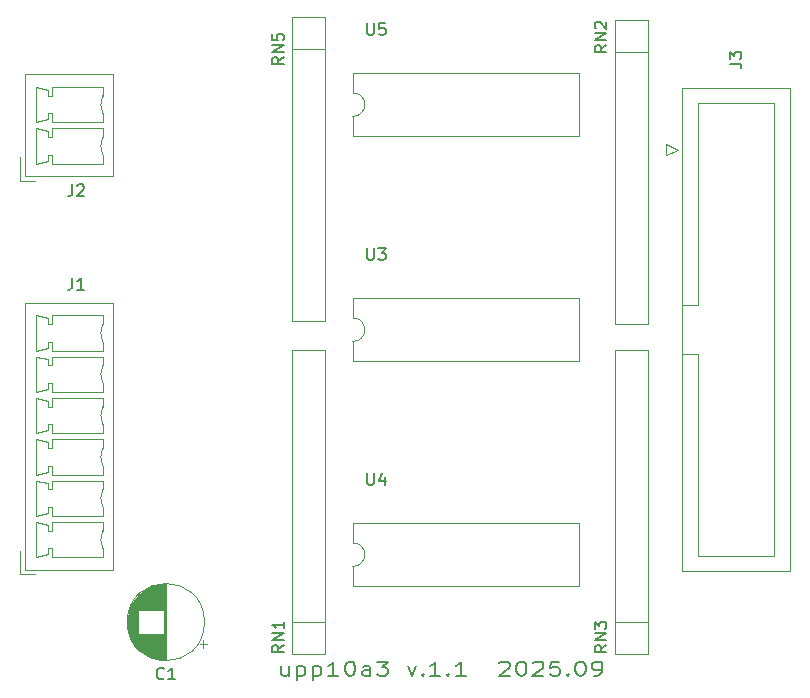
<source format=gto>
%TF.GenerationSoftware,KiCad,Pcbnew,7.0.11+dfsg-1build4*%
%TF.CreationDate,2025-09-15T10:53:29+02:00*%
%TF.ProjectId,upp10a3v1.1,75707031-3061-4337-9631-2e312e6b6963,rev?*%
%TF.SameCoordinates,Original*%
%TF.FileFunction,Legend,Top*%
%TF.FilePolarity,Positive*%
%FSLAX46Y46*%
G04 Gerber Fmt 4.6, Leading zero omitted, Abs format (unit mm)*
G04 Created by KiCad (PCBNEW 7.0.11+dfsg-1build4) date 2025-09-15 10:53:29*
%MOMM*%
%LPD*%
G01*
G04 APERTURE LIST*
%ADD10C,0.150000*%
%ADD11C,0.120000*%
G04 APERTURE END LIST*
D10*
X73869684Y-133919342D02*
X73869684Y-134719342D01*
X73226826Y-133919342D02*
X73226826Y-134547914D01*
X73226826Y-134547914D02*
X73298255Y-134662200D01*
X73298255Y-134662200D02*
X73441112Y-134719342D01*
X73441112Y-134719342D02*
X73655398Y-134719342D01*
X73655398Y-134719342D02*
X73798255Y-134662200D01*
X73798255Y-134662200D02*
X73869684Y-134605057D01*
X74583969Y-133919342D02*
X74583969Y-135119342D01*
X74583969Y-133976485D02*
X74726827Y-133919342D01*
X74726827Y-133919342D02*
X75012541Y-133919342D01*
X75012541Y-133919342D02*
X75155398Y-133976485D01*
X75155398Y-133976485D02*
X75226827Y-134033628D01*
X75226827Y-134033628D02*
X75298255Y-134147914D01*
X75298255Y-134147914D02*
X75298255Y-134490771D01*
X75298255Y-134490771D02*
X75226827Y-134605057D01*
X75226827Y-134605057D02*
X75155398Y-134662200D01*
X75155398Y-134662200D02*
X75012541Y-134719342D01*
X75012541Y-134719342D02*
X74726827Y-134719342D01*
X74726827Y-134719342D02*
X74583969Y-134662200D01*
X75941112Y-133919342D02*
X75941112Y-135119342D01*
X75941112Y-133976485D02*
X76083970Y-133919342D01*
X76083970Y-133919342D02*
X76369684Y-133919342D01*
X76369684Y-133919342D02*
X76512541Y-133976485D01*
X76512541Y-133976485D02*
X76583970Y-134033628D01*
X76583970Y-134033628D02*
X76655398Y-134147914D01*
X76655398Y-134147914D02*
X76655398Y-134490771D01*
X76655398Y-134490771D02*
X76583970Y-134605057D01*
X76583970Y-134605057D02*
X76512541Y-134662200D01*
X76512541Y-134662200D02*
X76369684Y-134719342D01*
X76369684Y-134719342D02*
X76083970Y-134719342D01*
X76083970Y-134719342D02*
X75941112Y-134662200D01*
X78083970Y-134719342D02*
X77226827Y-134719342D01*
X77655398Y-134719342D02*
X77655398Y-133519342D01*
X77655398Y-133519342D02*
X77512541Y-133690771D01*
X77512541Y-133690771D02*
X77369684Y-133805057D01*
X77369684Y-133805057D02*
X77226827Y-133862200D01*
X79012541Y-133519342D02*
X79155398Y-133519342D01*
X79155398Y-133519342D02*
X79298255Y-133576485D01*
X79298255Y-133576485D02*
X79369684Y-133633628D01*
X79369684Y-133633628D02*
X79441112Y-133747914D01*
X79441112Y-133747914D02*
X79512541Y-133976485D01*
X79512541Y-133976485D02*
X79512541Y-134262200D01*
X79512541Y-134262200D02*
X79441112Y-134490771D01*
X79441112Y-134490771D02*
X79369684Y-134605057D01*
X79369684Y-134605057D02*
X79298255Y-134662200D01*
X79298255Y-134662200D02*
X79155398Y-134719342D01*
X79155398Y-134719342D02*
X79012541Y-134719342D01*
X79012541Y-134719342D02*
X78869684Y-134662200D01*
X78869684Y-134662200D02*
X78798255Y-134605057D01*
X78798255Y-134605057D02*
X78726826Y-134490771D01*
X78726826Y-134490771D02*
X78655398Y-134262200D01*
X78655398Y-134262200D02*
X78655398Y-133976485D01*
X78655398Y-133976485D02*
X78726826Y-133747914D01*
X78726826Y-133747914D02*
X78798255Y-133633628D01*
X78798255Y-133633628D02*
X78869684Y-133576485D01*
X78869684Y-133576485D02*
X79012541Y-133519342D01*
X80798255Y-134719342D02*
X80798255Y-134090771D01*
X80798255Y-134090771D02*
X80726826Y-133976485D01*
X80726826Y-133976485D02*
X80583969Y-133919342D01*
X80583969Y-133919342D02*
X80298255Y-133919342D01*
X80298255Y-133919342D02*
X80155397Y-133976485D01*
X80798255Y-134662200D02*
X80655397Y-134719342D01*
X80655397Y-134719342D02*
X80298255Y-134719342D01*
X80298255Y-134719342D02*
X80155397Y-134662200D01*
X80155397Y-134662200D02*
X80083969Y-134547914D01*
X80083969Y-134547914D02*
X80083969Y-134433628D01*
X80083969Y-134433628D02*
X80155397Y-134319342D01*
X80155397Y-134319342D02*
X80298255Y-134262200D01*
X80298255Y-134262200D02*
X80655397Y-134262200D01*
X80655397Y-134262200D02*
X80798255Y-134205057D01*
X81369683Y-133519342D02*
X82298255Y-133519342D01*
X82298255Y-133519342D02*
X81798255Y-133976485D01*
X81798255Y-133976485D02*
X82012540Y-133976485D01*
X82012540Y-133976485D02*
X82155398Y-134033628D01*
X82155398Y-134033628D02*
X82226826Y-134090771D01*
X82226826Y-134090771D02*
X82298255Y-134205057D01*
X82298255Y-134205057D02*
X82298255Y-134490771D01*
X82298255Y-134490771D02*
X82226826Y-134605057D01*
X82226826Y-134605057D02*
X82155398Y-134662200D01*
X82155398Y-134662200D02*
X82012540Y-134719342D01*
X82012540Y-134719342D02*
X81583969Y-134719342D01*
X81583969Y-134719342D02*
X81441112Y-134662200D01*
X81441112Y-134662200D02*
X81369683Y-134605057D01*
X83941111Y-133919342D02*
X84298254Y-134719342D01*
X84298254Y-134719342D02*
X84655397Y-133919342D01*
X85226825Y-134605057D02*
X85298254Y-134662200D01*
X85298254Y-134662200D02*
X85226825Y-134719342D01*
X85226825Y-134719342D02*
X85155397Y-134662200D01*
X85155397Y-134662200D02*
X85226825Y-134605057D01*
X85226825Y-134605057D02*
X85226825Y-134719342D01*
X86726826Y-134719342D02*
X85869683Y-134719342D01*
X86298254Y-134719342D02*
X86298254Y-133519342D01*
X86298254Y-133519342D02*
X86155397Y-133690771D01*
X86155397Y-133690771D02*
X86012540Y-133805057D01*
X86012540Y-133805057D02*
X85869683Y-133862200D01*
X87369682Y-134605057D02*
X87441111Y-134662200D01*
X87441111Y-134662200D02*
X87369682Y-134719342D01*
X87369682Y-134719342D02*
X87298254Y-134662200D01*
X87298254Y-134662200D02*
X87369682Y-134605057D01*
X87369682Y-134605057D02*
X87369682Y-134719342D01*
X88869683Y-134719342D02*
X88012540Y-134719342D01*
X88441111Y-134719342D02*
X88441111Y-133519342D01*
X88441111Y-133519342D02*
X88298254Y-133690771D01*
X88298254Y-133690771D02*
X88155397Y-133805057D01*
X88155397Y-133805057D02*
X88012540Y-133862200D01*
X91726825Y-133633628D02*
X91798253Y-133576485D01*
X91798253Y-133576485D02*
X91941111Y-133519342D01*
X91941111Y-133519342D02*
X92298253Y-133519342D01*
X92298253Y-133519342D02*
X92441111Y-133576485D01*
X92441111Y-133576485D02*
X92512539Y-133633628D01*
X92512539Y-133633628D02*
X92583968Y-133747914D01*
X92583968Y-133747914D02*
X92583968Y-133862200D01*
X92583968Y-133862200D02*
X92512539Y-134033628D01*
X92512539Y-134033628D02*
X91655396Y-134719342D01*
X91655396Y-134719342D02*
X92583968Y-134719342D01*
X93512539Y-133519342D02*
X93655396Y-133519342D01*
X93655396Y-133519342D02*
X93798253Y-133576485D01*
X93798253Y-133576485D02*
X93869682Y-133633628D01*
X93869682Y-133633628D02*
X93941110Y-133747914D01*
X93941110Y-133747914D02*
X94012539Y-133976485D01*
X94012539Y-133976485D02*
X94012539Y-134262200D01*
X94012539Y-134262200D02*
X93941110Y-134490771D01*
X93941110Y-134490771D02*
X93869682Y-134605057D01*
X93869682Y-134605057D02*
X93798253Y-134662200D01*
X93798253Y-134662200D02*
X93655396Y-134719342D01*
X93655396Y-134719342D02*
X93512539Y-134719342D01*
X93512539Y-134719342D02*
X93369682Y-134662200D01*
X93369682Y-134662200D02*
X93298253Y-134605057D01*
X93298253Y-134605057D02*
X93226824Y-134490771D01*
X93226824Y-134490771D02*
X93155396Y-134262200D01*
X93155396Y-134262200D02*
X93155396Y-133976485D01*
X93155396Y-133976485D02*
X93226824Y-133747914D01*
X93226824Y-133747914D02*
X93298253Y-133633628D01*
X93298253Y-133633628D02*
X93369682Y-133576485D01*
X93369682Y-133576485D02*
X93512539Y-133519342D01*
X94583967Y-133633628D02*
X94655395Y-133576485D01*
X94655395Y-133576485D02*
X94798253Y-133519342D01*
X94798253Y-133519342D02*
X95155395Y-133519342D01*
X95155395Y-133519342D02*
X95298253Y-133576485D01*
X95298253Y-133576485D02*
X95369681Y-133633628D01*
X95369681Y-133633628D02*
X95441110Y-133747914D01*
X95441110Y-133747914D02*
X95441110Y-133862200D01*
X95441110Y-133862200D02*
X95369681Y-134033628D01*
X95369681Y-134033628D02*
X94512538Y-134719342D01*
X94512538Y-134719342D02*
X95441110Y-134719342D01*
X96798252Y-133519342D02*
X96083966Y-133519342D01*
X96083966Y-133519342D02*
X96012538Y-134090771D01*
X96012538Y-134090771D02*
X96083966Y-134033628D01*
X96083966Y-134033628D02*
X96226824Y-133976485D01*
X96226824Y-133976485D02*
X96583966Y-133976485D01*
X96583966Y-133976485D02*
X96726824Y-134033628D01*
X96726824Y-134033628D02*
X96798252Y-134090771D01*
X96798252Y-134090771D02*
X96869681Y-134205057D01*
X96869681Y-134205057D02*
X96869681Y-134490771D01*
X96869681Y-134490771D02*
X96798252Y-134605057D01*
X96798252Y-134605057D02*
X96726824Y-134662200D01*
X96726824Y-134662200D02*
X96583966Y-134719342D01*
X96583966Y-134719342D02*
X96226824Y-134719342D01*
X96226824Y-134719342D02*
X96083966Y-134662200D01*
X96083966Y-134662200D02*
X96012538Y-134605057D01*
X97512537Y-134605057D02*
X97583966Y-134662200D01*
X97583966Y-134662200D02*
X97512537Y-134719342D01*
X97512537Y-134719342D02*
X97441109Y-134662200D01*
X97441109Y-134662200D02*
X97512537Y-134605057D01*
X97512537Y-134605057D02*
X97512537Y-134719342D01*
X98512538Y-133519342D02*
X98655395Y-133519342D01*
X98655395Y-133519342D02*
X98798252Y-133576485D01*
X98798252Y-133576485D02*
X98869681Y-133633628D01*
X98869681Y-133633628D02*
X98941109Y-133747914D01*
X98941109Y-133747914D02*
X99012538Y-133976485D01*
X99012538Y-133976485D02*
X99012538Y-134262200D01*
X99012538Y-134262200D02*
X98941109Y-134490771D01*
X98941109Y-134490771D02*
X98869681Y-134605057D01*
X98869681Y-134605057D02*
X98798252Y-134662200D01*
X98798252Y-134662200D02*
X98655395Y-134719342D01*
X98655395Y-134719342D02*
X98512538Y-134719342D01*
X98512538Y-134719342D02*
X98369681Y-134662200D01*
X98369681Y-134662200D02*
X98298252Y-134605057D01*
X98298252Y-134605057D02*
X98226823Y-134490771D01*
X98226823Y-134490771D02*
X98155395Y-134262200D01*
X98155395Y-134262200D02*
X98155395Y-133976485D01*
X98155395Y-133976485D02*
X98226823Y-133747914D01*
X98226823Y-133747914D02*
X98298252Y-133633628D01*
X98298252Y-133633628D02*
X98369681Y-133576485D01*
X98369681Y-133576485D02*
X98512538Y-133519342D01*
X99726823Y-134719342D02*
X100012537Y-134719342D01*
X100012537Y-134719342D02*
X100155394Y-134662200D01*
X100155394Y-134662200D02*
X100226823Y-134605057D01*
X100226823Y-134605057D02*
X100369680Y-134433628D01*
X100369680Y-134433628D02*
X100441109Y-134205057D01*
X100441109Y-134205057D02*
X100441109Y-133747914D01*
X100441109Y-133747914D02*
X100369680Y-133633628D01*
X100369680Y-133633628D02*
X100298252Y-133576485D01*
X100298252Y-133576485D02*
X100155394Y-133519342D01*
X100155394Y-133519342D02*
X99869680Y-133519342D01*
X99869680Y-133519342D02*
X99726823Y-133576485D01*
X99726823Y-133576485D02*
X99655394Y-133633628D01*
X99655394Y-133633628D02*
X99583966Y-133747914D01*
X99583966Y-133747914D02*
X99583966Y-134033628D01*
X99583966Y-134033628D02*
X99655394Y-134147914D01*
X99655394Y-134147914D02*
X99726823Y-134205057D01*
X99726823Y-134205057D02*
X99869680Y-134262200D01*
X99869680Y-134262200D02*
X100155394Y-134262200D01*
X100155394Y-134262200D02*
X100298252Y-134205057D01*
X100298252Y-134205057D02*
X100369680Y-134147914D01*
X100369680Y-134147914D02*
X100441109Y-134033628D01*
X111214819Y-82883333D02*
X111929104Y-82883333D01*
X111929104Y-82883333D02*
X112071961Y-82930952D01*
X112071961Y-82930952D02*
X112167200Y-83026190D01*
X112167200Y-83026190D02*
X112214819Y-83169047D01*
X112214819Y-83169047D02*
X112214819Y-83264285D01*
X111214819Y-82502380D02*
X111214819Y-81883333D01*
X111214819Y-81883333D02*
X111595771Y-82216666D01*
X111595771Y-82216666D02*
X111595771Y-82073809D01*
X111595771Y-82073809D02*
X111643390Y-81978571D01*
X111643390Y-81978571D02*
X111691009Y-81930952D01*
X111691009Y-81930952D02*
X111786247Y-81883333D01*
X111786247Y-81883333D02*
X112024342Y-81883333D01*
X112024342Y-81883333D02*
X112119580Y-81930952D01*
X112119580Y-81930952D02*
X112167200Y-81978571D01*
X112167200Y-81978571D02*
X112214819Y-82073809D01*
X112214819Y-82073809D02*
X112214819Y-82359523D01*
X112214819Y-82359523D02*
X112167200Y-82454761D01*
X112167200Y-82454761D02*
X112119580Y-82502380D01*
X100784819Y-81335476D02*
X100308628Y-81668809D01*
X100784819Y-81906904D02*
X99784819Y-81906904D01*
X99784819Y-81906904D02*
X99784819Y-81525952D01*
X99784819Y-81525952D02*
X99832438Y-81430714D01*
X99832438Y-81430714D02*
X99880057Y-81383095D01*
X99880057Y-81383095D02*
X99975295Y-81335476D01*
X99975295Y-81335476D02*
X100118152Y-81335476D01*
X100118152Y-81335476D02*
X100213390Y-81383095D01*
X100213390Y-81383095D02*
X100261009Y-81430714D01*
X100261009Y-81430714D02*
X100308628Y-81525952D01*
X100308628Y-81525952D02*
X100308628Y-81906904D01*
X100784819Y-80906904D02*
X99784819Y-80906904D01*
X99784819Y-80906904D02*
X100784819Y-80335476D01*
X100784819Y-80335476D02*
X99784819Y-80335476D01*
X99880057Y-79906904D02*
X99832438Y-79859285D01*
X99832438Y-79859285D02*
X99784819Y-79764047D01*
X99784819Y-79764047D02*
X99784819Y-79525952D01*
X99784819Y-79525952D02*
X99832438Y-79430714D01*
X99832438Y-79430714D02*
X99880057Y-79383095D01*
X99880057Y-79383095D02*
X99975295Y-79335476D01*
X99975295Y-79335476D02*
X100070533Y-79335476D01*
X100070533Y-79335476D02*
X100213390Y-79383095D01*
X100213390Y-79383095D02*
X100784819Y-79954523D01*
X100784819Y-79954523D02*
X100784819Y-79335476D01*
X55539166Y-93124819D02*
X55539166Y-93839104D01*
X55539166Y-93839104D02*
X55491547Y-93981961D01*
X55491547Y-93981961D02*
X55396309Y-94077200D01*
X55396309Y-94077200D02*
X55253452Y-94124819D01*
X55253452Y-94124819D02*
X55158214Y-94124819D01*
X55967738Y-93220057D02*
X56015357Y-93172438D01*
X56015357Y-93172438D02*
X56110595Y-93124819D01*
X56110595Y-93124819D02*
X56348690Y-93124819D01*
X56348690Y-93124819D02*
X56443928Y-93172438D01*
X56443928Y-93172438D02*
X56491547Y-93220057D01*
X56491547Y-93220057D02*
X56539166Y-93315295D01*
X56539166Y-93315295D02*
X56539166Y-93410533D01*
X56539166Y-93410533D02*
X56491547Y-93553390D01*
X56491547Y-93553390D02*
X55920119Y-94124819D01*
X55920119Y-94124819D02*
X56539166Y-94124819D01*
X63313333Y-134934580D02*
X63265714Y-134982200D01*
X63265714Y-134982200D02*
X63122857Y-135029819D01*
X63122857Y-135029819D02*
X63027619Y-135029819D01*
X63027619Y-135029819D02*
X62884762Y-134982200D01*
X62884762Y-134982200D02*
X62789524Y-134886961D01*
X62789524Y-134886961D02*
X62741905Y-134791723D01*
X62741905Y-134791723D02*
X62694286Y-134601247D01*
X62694286Y-134601247D02*
X62694286Y-134458390D01*
X62694286Y-134458390D02*
X62741905Y-134267914D01*
X62741905Y-134267914D02*
X62789524Y-134172676D01*
X62789524Y-134172676D02*
X62884762Y-134077438D01*
X62884762Y-134077438D02*
X63027619Y-134029819D01*
X63027619Y-134029819D02*
X63122857Y-134029819D01*
X63122857Y-134029819D02*
X63265714Y-134077438D01*
X63265714Y-134077438D02*
X63313333Y-134125057D01*
X64265714Y-135029819D02*
X63694286Y-135029819D01*
X63980000Y-135029819D02*
X63980000Y-134029819D01*
X63980000Y-134029819D02*
X63884762Y-134172676D01*
X63884762Y-134172676D02*
X63789524Y-134267914D01*
X63789524Y-134267914D02*
X63694286Y-134315533D01*
X73479819Y-82351476D02*
X73003628Y-82684809D01*
X73479819Y-82922904D02*
X72479819Y-82922904D01*
X72479819Y-82922904D02*
X72479819Y-82541952D01*
X72479819Y-82541952D02*
X72527438Y-82446714D01*
X72527438Y-82446714D02*
X72575057Y-82399095D01*
X72575057Y-82399095D02*
X72670295Y-82351476D01*
X72670295Y-82351476D02*
X72813152Y-82351476D01*
X72813152Y-82351476D02*
X72908390Y-82399095D01*
X72908390Y-82399095D02*
X72956009Y-82446714D01*
X72956009Y-82446714D02*
X73003628Y-82541952D01*
X73003628Y-82541952D02*
X73003628Y-82922904D01*
X73479819Y-81922904D02*
X72479819Y-81922904D01*
X72479819Y-81922904D02*
X73479819Y-81351476D01*
X73479819Y-81351476D02*
X72479819Y-81351476D01*
X72479819Y-80399095D02*
X72479819Y-80875285D01*
X72479819Y-80875285D02*
X72956009Y-80922904D01*
X72956009Y-80922904D02*
X72908390Y-80875285D01*
X72908390Y-80875285D02*
X72860771Y-80780047D01*
X72860771Y-80780047D02*
X72860771Y-80541952D01*
X72860771Y-80541952D02*
X72908390Y-80446714D01*
X72908390Y-80446714D02*
X72956009Y-80399095D01*
X72956009Y-80399095D02*
X73051247Y-80351476D01*
X73051247Y-80351476D02*
X73289342Y-80351476D01*
X73289342Y-80351476D02*
X73384580Y-80399095D01*
X73384580Y-80399095D02*
X73432200Y-80446714D01*
X73432200Y-80446714D02*
X73479819Y-80541952D01*
X73479819Y-80541952D02*
X73479819Y-80780047D01*
X73479819Y-80780047D02*
X73432200Y-80875285D01*
X73432200Y-80875285D02*
X73384580Y-80922904D01*
X80518095Y-79464819D02*
X80518095Y-80274342D01*
X80518095Y-80274342D02*
X80565714Y-80369580D01*
X80565714Y-80369580D02*
X80613333Y-80417200D01*
X80613333Y-80417200D02*
X80708571Y-80464819D01*
X80708571Y-80464819D02*
X80899047Y-80464819D01*
X80899047Y-80464819D02*
X80994285Y-80417200D01*
X80994285Y-80417200D02*
X81041904Y-80369580D01*
X81041904Y-80369580D02*
X81089523Y-80274342D01*
X81089523Y-80274342D02*
X81089523Y-79464819D01*
X82041904Y-79464819D02*
X81565714Y-79464819D01*
X81565714Y-79464819D02*
X81518095Y-79941009D01*
X81518095Y-79941009D02*
X81565714Y-79893390D01*
X81565714Y-79893390D02*
X81660952Y-79845771D01*
X81660952Y-79845771D02*
X81899047Y-79845771D01*
X81899047Y-79845771D02*
X81994285Y-79893390D01*
X81994285Y-79893390D02*
X82041904Y-79941009D01*
X82041904Y-79941009D02*
X82089523Y-80036247D01*
X82089523Y-80036247D02*
X82089523Y-80274342D01*
X82089523Y-80274342D02*
X82041904Y-80369580D01*
X82041904Y-80369580D02*
X81994285Y-80417200D01*
X81994285Y-80417200D02*
X81899047Y-80464819D01*
X81899047Y-80464819D02*
X81660952Y-80464819D01*
X81660952Y-80464819D02*
X81565714Y-80417200D01*
X81565714Y-80417200D02*
X81518095Y-80369580D01*
X55546666Y-101039819D02*
X55546666Y-101754104D01*
X55546666Y-101754104D02*
X55499047Y-101896961D01*
X55499047Y-101896961D02*
X55403809Y-101992200D01*
X55403809Y-101992200D02*
X55260952Y-102039819D01*
X55260952Y-102039819D02*
X55165714Y-102039819D01*
X56546666Y-102039819D02*
X55975238Y-102039819D01*
X56260952Y-102039819D02*
X56260952Y-101039819D01*
X56260952Y-101039819D02*
X56165714Y-101182676D01*
X56165714Y-101182676D02*
X56070476Y-101277914D01*
X56070476Y-101277914D02*
X55975238Y-101325533D01*
X100784819Y-132135476D02*
X100308628Y-132468809D01*
X100784819Y-132706904D02*
X99784819Y-132706904D01*
X99784819Y-132706904D02*
X99784819Y-132325952D01*
X99784819Y-132325952D02*
X99832438Y-132230714D01*
X99832438Y-132230714D02*
X99880057Y-132183095D01*
X99880057Y-132183095D02*
X99975295Y-132135476D01*
X99975295Y-132135476D02*
X100118152Y-132135476D01*
X100118152Y-132135476D02*
X100213390Y-132183095D01*
X100213390Y-132183095D02*
X100261009Y-132230714D01*
X100261009Y-132230714D02*
X100308628Y-132325952D01*
X100308628Y-132325952D02*
X100308628Y-132706904D01*
X100784819Y-131706904D02*
X99784819Y-131706904D01*
X99784819Y-131706904D02*
X100784819Y-131135476D01*
X100784819Y-131135476D02*
X99784819Y-131135476D01*
X99784819Y-130754523D02*
X99784819Y-130135476D01*
X99784819Y-130135476D02*
X100165771Y-130468809D01*
X100165771Y-130468809D02*
X100165771Y-130325952D01*
X100165771Y-130325952D02*
X100213390Y-130230714D01*
X100213390Y-130230714D02*
X100261009Y-130183095D01*
X100261009Y-130183095D02*
X100356247Y-130135476D01*
X100356247Y-130135476D02*
X100594342Y-130135476D01*
X100594342Y-130135476D02*
X100689580Y-130183095D01*
X100689580Y-130183095D02*
X100737200Y-130230714D01*
X100737200Y-130230714D02*
X100784819Y-130325952D01*
X100784819Y-130325952D02*
X100784819Y-130611666D01*
X100784819Y-130611666D02*
X100737200Y-130706904D01*
X100737200Y-130706904D02*
X100689580Y-130754523D01*
X73479819Y-132135476D02*
X73003628Y-132468809D01*
X73479819Y-132706904D02*
X72479819Y-132706904D01*
X72479819Y-132706904D02*
X72479819Y-132325952D01*
X72479819Y-132325952D02*
X72527438Y-132230714D01*
X72527438Y-132230714D02*
X72575057Y-132183095D01*
X72575057Y-132183095D02*
X72670295Y-132135476D01*
X72670295Y-132135476D02*
X72813152Y-132135476D01*
X72813152Y-132135476D02*
X72908390Y-132183095D01*
X72908390Y-132183095D02*
X72956009Y-132230714D01*
X72956009Y-132230714D02*
X73003628Y-132325952D01*
X73003628Y-132325952D02*
X73003628Y-132706904D01*
X73479819Y-131706904D02*
X72479819Y-131706904D01*
X72479819Y-131706904D02*
X73479819Y-131135476D01*
X73479819Y-131135476D02*
X72479819Y-131135476D01*
X73479819Y-130135476D02*
X73479819Y-130706904D01*
X73479819Y-130421190D02*
X72479819Y-130421190D01*
X72479819Y-130421190D02*
X72622676Y-130516428D01*
X72622676Y-130516428D02*
X72717914Y-130611666D01*
X72717914Y-130611666D02*
X72765533Y-130706904D01*
X80518095Y-117564819D02*
X80518095Y-118374342D01*
X80518095Y-118374342D02*
X80565714Y-118469580D01*
X80565714Y-118469580D02*
X80613333Y-118517200D01*
X80613333Y-118517200D02*
X80708571Y-118564819D01*
X80708571Y-118564819D02*
X80899047Y-118564819D01*
X80899047Y-118564819D02*
X80994285Y-118517200D01*
X80994285Y-118517200D02*
X81041904Y-118469580D01*
X81041904Y-118469580D02*
X81089523Y-118374342D01*
X81089523Y-118374342D02*
X81089523Y-117564819D01*
X81994285Y-117898152D02*
X81994285Y-118564819D01*
X81756190Y-117517200D02*
X81518095Y-118231485D01*
X81518095Y-118231485D02*
X82137142Y-118231485D01*
X80518095Y-98514819D02*
X80518095Y-99324342D01*
X80518095Y-99324342D02*
X80565714Y-99419580D01*
X80565714Y-99419580D02*
X80613333Y-99467200D01*
X80613333Y-99467200D02*
X80708571Y-99514819D01*
X80708571Y-99514819D02*
X80899047Y-99514819D01*
X80899047Y-99514819D02*
X80994285Y-99467200D01*
X80994285Y-99467200D02*
X81041904Y-99419580D01*
X81041904Y-99419580D02*
X81089523Y-99324342D01*
X81089523Y-99324342D02*
X81089523Y-98514819D01*
X81470476Y-98514819D02*
X82089523Y-98514819D01*
X82089523Y-98514819D02*
X81756190Y-98895771D01*
X81756190Y-98895771D02*
X81899047Y-98895771D01*
X81899047Y-98895771D02*
X81994285Y-98943390D01*
X81994285Y-98943390D02*
X82041904Y-98991009D01*
X82041904Y-98991009D02*
X82089523Y-99086247D01*
X82089523Y-99086247D02*
X82089523Y-99324342D01*
X82089523Y-99324342D02*
X82041904Y-99419580D01*
X82041904Y-99419580D02*
X81994285Y-99467200D01*
X81994285Y-99467200D02*
X81899047Y-99514819D01*
X81899047Y-99514819D02*
X81613333Y-99514819D01*
X81613333Y-99514819D02*
X81518095Y-99467200D01*
X81518095Y-99467200D02*
X81470476Y-99419580D01*
D11*
%TO.C,J3*%
X105810000Y-89670000D02*
X105810000Y-90670000D01*
X105810000Y-90670000D02*
X106810000Y-90170000D01*
X106810000Y-90170000D02*
X105810000Y-89670000D01*
X107200000Y-84960000D02*
X116320000Y-84960000D01*
X107200000Y-103360000D02*
X108510000Y-103360000D01*
X107200000Y-125860000D02*
X107200000Y-84960000D01*
X108510000Y-86260000D02*
X115010000Y-86260000D01*
X108510000Y-103360000D02*
X108510000Y-86260000D01*
X108510000Y-107460000D02*
X107200000Y-107460000D01*
X108510000Y-107460000D02*
X108510000Y-107460000D01*
X108510000Y-124560000D02*
X108510000Y-107460000D01*
X115010000Y-86260000D02*
X115010000Y-124560000D01*
X115010000Y-124560000D02*
X108510000Y-124560000D01*
X116320000Y-84960000D02*
X116320000Y-125860000D01*
X116320000Y-125860000D02*
X107200000Y-125860000D01*
%TO.C,RN2*%
X104270000Y-79205000D02*
X101470000Y-79205000D01*
X101470000Y-79205000D02*
X101470000Y-104945000D01*
X104270000Y-81915000D02*
X101470000Y-81915000D01*
X104270000Y-104945000D02*
X104270000Y-79205000D01*
X101470000Y-104945000D02*
X104270000Y-104945000D01*
%TO.C,J2*%
X51130000Y-92810000D02*
X51130000Y-90810000D01*
X52380000Y-92810000D02*
X51130000Y-92810000D01*
X51520000Y-92420000D02*
X58990000Y-92420000D01*
X58990000Y-92420000D02*
X58990000Y-83800000D01*
X52480000Y-91360000D02*
X52480000Y-88360000D01*
X53830000Y-91360000D02*
X53830000Y-90610000D01*
X58130000Y-91360000D02*
X53830000Y-91360000D01*
X53480000Y-91110000D02*
X52480000Y-91360000D01*
X53480000Y-90610000D02*
X53480000Y-91110000D01*
X53830000Y-90610000D02*
X53480000Y-90610000D01*
X58130000Y-90610000D02*
X58130000Y-91360000D01*
X53480000Y-89110000D02*
X53830000Y-89110000D01*
X53830000Y-89110000D02*
X53830000Y-88360000D01*
X53480000Y-88610000D02*
X53480000Y-89110000D01*
X52480000Y-88360000D02*
X53480000Y-88610000D01*
X53830000Y-88360000D02*
X58130000Y-88360000D01*
X58130000Y-88360000D02*
X58130000Y-89110000D01*
X52480000Y-87860000D02*
X52480000Y-84860000D01*
X53830000Y-87860000D02*
X53830000Y-87110000D01*
X58130000Y-87860000D02*
X53830000Y-87860000D01*
X53480000Y-87610000D02*
X52480000Y-87860000D01*
X53480000Y-87110000D02*
X53480000Y-87610000D01*
X53830000Y-87110000D02*
X53480000Y-87110000D01*
X58130000Y-87110000D02*
X58130000Y-87860000D01*
X53480000Y-85610000D02*
X53830000Y-85610000D01*
X53830000Y-85610000D02*
X53830000Y-84860000D01*
X53480000Y-85110000D02*
X53480000Y-85610000D01*
X52480000Y-84860000D02*
X53480000Y-85110000D01*
X53830000Y-84860000D02*
X58130000Y-84860000D01*
X58130000Y-84860000D02*
X58130000Y-85610000D01*
X51520000Y-83800000D02*
X51520000Y-92420000D01*
X58990000Y-83800000D02*
X51520000Y-83800000D01*
X58129845Y-89110353D02*
G75*
G03*
X58130000Y-90610000I1700155J-749647D01*
G01*
X58129845Y-85610353D02*
G75*
G03*
X58130000Y-87110000I1700155J-749647D01*
G01*
%TO.C,C1*%
X66980241Y-132014000D02*
X66350241Y-132014000D01*
X66665241Y-132329000D02*
X66665241Y-131699000D01*
X63480000Y-133405000D02*
X63480000Y-126945000D01*
X63440000Y-133405000D02*
X63440000Y-126945000D01*
X63400000Y-133405000D02*
X63400000Y-126945000D01*
X63360000Y-133403000D02*
X63360000Y-126947000D01*
X63320000Y-133402000D02*
X63320000Y-126948000D01*
X63280000Y-133399000D02*
X63280000Y-126951000D01*
X63240000Y-133397000D02*
X63240000Y-131215000D01*
X63240000Y-129135000D02*
X63240000Y-126953000D01*
X63200000Y-133393000D02*
X63200000Y-131215000D01*
X63200000Y-129135000D02*
X63200000Y-126957000D01*
X63160000Y-133390000D02*
X63160000Y-131215000D01*
X63160000Y-129135000D02*
X63160000Y-126960000D01*
X63120000Y-133386000D02*
X63120000Y-131215000D01*
X63120000Y-129135000D02*
X63120000Y-126964000D01*
X63080000Y-133381000D02*
X63080000Y-131215000D01*
X63080000Y-129135000D02*
X63080000Y-126969000D01*
X63040000Y-133376000D02*
X63040000Y-131215000D01*
X63040000Y-129135000D02*
X63040000Y-126974000D01*
X63000000Y-133370000D02*
X63000000Y-131215000D01*
X63000000Y-129135000D02*
X63000000Y-126980000D01*
X62960000Y-133364000D02*
X62960000Y-131215000D01*
X62960000Y-129135000D02*
X62960000Y-126986000D01*
X62920000Y-133357000D02*
X62920000Y-131215000D01*
X62920000Y-129135000D02*
X62920000Y-126993000D01*
X62880000Y-133350000D02*
X62880000Y-131215000D01*
X62880000Y-129135000D02*
X62880000Y-127000000D01*
X62840000Y-133342000D02*
X62840000Y-131215000D01*
X62840000Y-129135000D02*
X62840000Y-127008000D01*
X62800000Y-133334000D02*
X62800000Y-131215000D01*
X62800000Y-129135000D02*
X62800000Y-127016000D01*
X62759000Y-133325000D02*
X62759000Y-131215000D01*
X62759000Y-129135000D02*
X62759000Y-127025000D01*
X62719000Y-133316000D02*
X62719000Y-131215000D01*
X62719000Y-129135000D02*
X62719000Y-127034000D01*
X62679000Y-133306000D02*
X62679000Y-131215000D01*
X62679000Y-129135000D02*
X62679000Y-127044000D01*
X62639000Y-133296000D02*
X62639000Y-131215000D01*
X62639000Y-129135000D02*
X62639000Y-127054000D01*
X62599000Y-133285000D02*
X62599000Y-131215000D01*
X62599000Y-129135000D02*
X62599000Y-127065000D01*
X62559000Y-133273000D02*
X62559000Y-131215000D01*
X62559000Y-129135000D02*
X62559000Y-127077000D01*
X62519000Y-133261000D02*
X62519000Y-131215000D01*
X62519000Y-129135000D02*
X62519000Y-127089000D01*
X62479000Y-133249000D02*
X62479000Y-131215000D01*
X62479000Y-129135000D02*
X62479000Y-127101000D01*
X62439000Y-133236000D02*
X62439000Y-131215000D01*
X62439000Y-129135000D02*
X62439000Y-127114000D01*
X62399000Y-133222000D02*
X62399000Y-131215000D01*
X62399000Y-129135000D02*
X62399000Y-127128000D01*
X62359000Y-133208000D02*
X62359000Y-131215000D01*
X62359000Y-129135000D02*
X62359000Y-127142000D01*
X62319000Y-133193000D02*
X62319000Y-131215000D01*
X62319000Y-129135000D02*
X62319000Y-127157000D01*
X62279000Y-133177000D02*
X62279000Y-131215000D01*
X62279000Y-129135000D02*
X62279000Y-127173000D01*
X62239000Y-133161000D02*
X62239000Y-131215000D01*
X62239000Y-129135000D02*
X62239000Y-127189000D01*
X62199000Y-133145000D02*
X62199000Y-131215000D01*
X62199000Y-129135000D02*
X62199000Y-127205000D01*
X62159000Y-133127000D02*
X62159000Y-131215000D01*
X62159000Y-129135000D02*
X62159000Y-127223000D01*
X62119000Y-133109000D02*
X62119000Y-131215000D01*
X62119000Y-129135000D02*
X62119000Y-127241000D01*
X62079000Y-133091000D02*
X62079000Y-131215000D01*
X62079000Y-129135000D02*
X62079000Y-127259000D01*
X62039000Y-133071000D02*
X62039000Y-131215000D01*
X62039000Y-129135000D02*
X62039000Y-127279000D01*
X61999000Y-133051000D02*
X61999000Y-131215000D01*
X61999000Y-129135000D02*
X61999000Y-127299000D01*
X61959000Y-133031000D02*
X61959000Y-131215000D01*
X61959000Y-129135000D02*
X61959000Y-127319000D01*
X61919000Y-133009000D02*
X61919000Y-131215000D01*
X61919000Y-129135000D02*
X61919000Y-127341000D01*
X61879000Y-132987000D02*
X61879000Y-131215000D01*
X61879000Y-129135000D02*
X61879000Y-127363000D01*
X61839000Y-132965000D02*
X61839000Y-131215000D01*
X61839000Y-129135000D02*
X61839000Y-127385000D01*
X61799000Y-132941000D02*
X61799000Y-131215000D01*
X61799000Y-129135000D02*
X61799000Y-127409000D01*
X61759000Y-132917000D02*
X61759000Y-131215000D01*
X61759000Y-129135000D02*
X61759000Y-127433000D01*
X61719000Y-132891000D02*
X61719000Y-131215000D01*
X61719000Y-129135000D02*
X61719000Y-127459000D01*
X61679000Y-132865000D02*
X61679000Y-131215000D01*
X61679000Y-129135000D02*
X61679000Y-127485000D01*
X61639000Y-132839000D02*
X61639000Y-131215000D01*
X61639000Y-129135000D02*
X61639000Y-127511000D01*
X61599000Y-132811000D02*
X61599000Y-131215000D01*
X61599000Y-129135000D02*
X61599000Y-127539000D01*
X61559000Y-132782000D02*
X61559000Y-131215000D01*
X61559000Y-129135000D02*
X61559000Y-127568000D01*
X61519000Y-132753000D02*
X61519000Y-131215000D01*
X61519000Y-129135000D02*
X61519000Y-127597000D01*
X61479000Y-132723000D02*
X61479000Y-131215000D01*
X61479000Y-129135000D02*
X61479000Y-127627000D01*
X61439000Y-132691000D02*
X61439000Y-131215000D01*
X61439000Y-129135000D02*
X61439000Y-127659000D01*
X61399000Y-132659000D02*
X61399000Y-131215000D01*
X61399000Y-129135000D02*
X61399000Y-127691000D01*
X61359000Y-132625000D02*
X61359000Y-131215000D01*
X61359000Y-129135000D02*
X61359000Y-127725000D01*
X61319000Y-132591000D02*
X61319000Y-131215000D01*
X61319000Y-129135000D02*
X61319000Y-127759000D01*
X61279000Y-132555000D02*
X61279000Y-131215000D01*
X61279000Y-129135000D02*
X61279000Y-127795000D01*
X61239000Y-132518000D02*
X61239000Y-131215000D01*
X61239000Y-129135000D02*
X61239000Y-127832000D01*
X61199000Y-132480000D02*
X61199000Y-131215000D01*
X61199000Y-129135000D02*
X61199000Y-127870000D01*
X61159000Y-132440000D02*
X61159000Y-127910000D01*
X61119000Y-132399000D02*
X61119000Y-127951000D01*
X61079000Y-132357000D02*
X61079000Y-127993000D01*
X61039000Y-132312000D02*
X61039000Y-128038000D01*
X60999000Y-132267000D02*
X60999000Y-128083000D01*
X60959000Y-132219000D02*
X60959000Y-128131000D01*
X60919000Y-132170000D02*
X60919000Y-128180000D01*
X60879000Y-132119000D02*
X60879000Y-128231000D01*
X60839000Y-132065000D02*
X60839000Y-128285000D01*
X60799000Y-132009000D02*
X60799000Y-128341000D01*
X60759000Y-131951000D02*
X60759000Y-128399000D01*
X60719000Y-131889000D02*
X60719000Y-128461000D01*
X60679000Y-131825000D02*
X60679000Y-128525000D01*
X60639000Y-131756000D02*
X60639000Y-128594000D01*
X60599000Y-131684000D02*
X60599000Y-128666000D01*
X60559000Y-131607000D02*
X60559000Y-128743000D01*
X60519000Y-131525000D02*
X60519000Y-128825000D01*
X60479000Y-131437000D02*
X60479000Y-128913000D01*
X60439000Y-131340000D02*
X60439000Y-129010000D01*
X60399000Y-131234000D02*
X60399000Y-129116000D01*
X60359000Y-131115000D02*
X60359000Y-129235000D01*
X60319000Y-130977000D02*
X60319000Y-129373000D01*
X60279000Y-130808000D02*
X60279000Y-129542000D01*
X60239000Y-130577000D02*
X60239000Y-129773000D01*
X66750000Y-130175000D02*
G75*
G03*
X60210000Y-130175000I-3270000J0D01*
G01*
X60210000Y-130175000D02*
G75*
G03*
X66750000Y-130175000I3270000J0D01*
G01*
%TO.C,RN5*%
X76965000Y-78951000D02*
X74165000Y-78951000D01*
X74165000Y-78951000D02*
X74165000Y-104691000D01*
X76965000Y-81661000D02*
X74165000Y-81661000D01*
X76965000Y-104691000D02*
X76965000Y-78951000D01*
X74165000Y-104691000D02*
X76965000Y-104691000D01*
%TO.C,U5*%
X79315000Y-89010000D02*
X98485000Y-89010000D01*
X98485000Y-89010000D02*
X98485000Y-83710000D01*
X79315000Y-87360000D02*
X79315000Y-89010000D01*
X79315000Y-83710000D02*
X79315000Y-85360000D01*
X98485000Y-83710000D02*
X79315000Y-83710000D01*
X79315000Y-87360000D02*
G75*
G03*
X79315000Y-85360000I0J1000000D01*
G01*
%TO.C,J1*%
X51130000Y-126140000D02*
X51130000Y-124140000D01*
X52380000Y-126140000D02*
X51130000Y-126140000D01*
X51520000Y-125750000D02*
X58990000Y-125750000D01*
X58990000Y-125750000D02*
X58990000Y-103130000D01*
X52480000Y-124690000D02*
X52480000Y-121690000D01*
X53830000Y-124690000D02*
X53830000Y-123940000D01*
X58130000Y-124690000D02*
X53830000Y-124690000D01*
X53480000Y-124440000D02*
X52480000Y-124690000D01*
X53480000Y-123940000D02*
X53480000Y-124440000D01*
X53830000Y-123940000D02*
X53480000Y-123940000D01*
X58130000Y-123940000D02*
X58130000Y-124690000D01*
X53480000Y-122440000D02*
X53830000Y-122440000D01*
X53830000Y-122440000D02*
X53830000Y-121690000D01*
X53480000Y-121940000D02*
X53480000Y-122440000D01*
X52480000Y-121690000D02*
X53480000Y-121940000D01*
X53830000Y-121690000D02*
X58130000Y-121690000D01*
X58130000Y-121690000D02*
X58130000Y-122440000D01*
X52480000Y-121190000D02*
X52480000Y-118190000D01*
X53830000Y-121190000D02*
X53830000Y-120440000D01*
X58130000Y-121190000D02*
X53830000Y-121190000D01*
X53480000Y-120940000D02*
X52480000Y-121190000D01*
X53480000Y-120440000D02*
X53480000Y-120940000D01*
X53830000Y-120440000D02*
X53480000Y-120440000D01*
X58130000Y-120440000D02*
X58130000Y-121190000D01*
X53480000Y-118940000D02*
X53830000Y-118940000D01*
X53830000Y-118940000D02*
X53830000Y-118190000D01*
X53480000Y-118440000D02*
X53480000Y-118940000D01*
X52480000Y-118190000D02*
X53480000Y-118440000D01*
X53830000Y-118190000D02*
X58130000Y-118190000D01*
X58130000Y-118190000D02*
X58130000Y-118940000D01*
X52480000Y-117690000D02*
X52480000Y-114690000D01*
X53830000Y-117690000D02*
X53830000Y-116940000D01*
X58130000Y-117690000D02*
X53830000Y-117690000D01*
X53480000Y-117440000D02*
X52480000Y-117690000D01*
X53480000Y-116940000D02*
X53480000Y-117440000D01*
X53830000Y-116940000D02*
X53480000Y-116940000D01*
X58130000Y-116940000D02*
X58130000Y-117690000D01*
X53480000Y-115440000D02*
X53830000Y-115440000D01*
X53830000Y-115440000D02*
X53830000Y-114690000D01*
X53480000Y-114940000D02*
X53480000Y-115440000D01*
X52480000Y-114690000D02*
X53480000Y-114940000D01*
X53830000Y-114690000D02*
X58130000Y-114690000D01*
X58130000Y-114690000D02*
X58130000Y-115440000D01*
X52480000Y-114190000D02*
X52480000Y-111190000D01*
X53830000Y-114190000D02*
X53830000Y-113440000D01*
X58130000Y-114190000D02*
X53830000Y-114190000D01*
X53480000Y-113940000D02*
X52480000Y-114190000D01*
X53480000Y-113440000D02*
X53480000Y-113940000D01*
X53830000Y-113440000D02*
X53480000Y-113440000D01*
X58130000Y-113440000D02*
X58130000Y-114190000D01*
X53480000Y-111940000D02*
X53830000Y-111940000D01*
X53830000Y-111940000D02*
X53830000Y-111190000D01*
X53480000Y-111440000D02*
X53480000Y-111940000D01*
X52480000Y-111190000D02*
X53480000Y-111440000D01*
X53830000Y-111190000D02*
X58130000Y-111190000D01*
X58130000Y-111190000D02*
X58130000Y-111940000D01*
X52480000Y-110690000D02*
X52480000Y-107690000D01*
X53830000Y-110690000D02*
X53830000Y-109940000D01*
X58130000Y-110690000D02*
X53830000Y-110690000D01*
X53480000Y-110440000D02*
X52480000Y-110690000D01*
X53480000Y-109940000D02*
X53480000Y-110440000D01*
X53830000Y-109940000D02*
X53480000Y-109940000D01*
X58130000Y-109940000D02*
X58130000Y-110690000D01*
X53480000Y-108440000D02*
X53830000Y-108440000D01*
X53830000Y-108440000D02*
X53830000Y-107690000D01*
X53480000Y-107940000D02*
X53480000Y-108440000D01*
X52480000Y-107690000D02*
X53480000Y-107940000D01*
X53830000Y-107690000D02*
X58130000Y-107690000D01*
X58130000Y-107690000D02*
X58130000Y-108440000D01*
X52480000Y-107190000D02*
X52480000Y-104190000D01*
X53830000Y-107190000D02*
X53830000Y-106440000D01*
X58130000Y-107190000D02*
X53830000Y-107190000D01*
X53480000Y-106940000D02*
X52480000Y-107190000D01*
X53480000Y-106440000D02*
X53480000Y-106940000D01*
X53830000Y-106440000D02*
X53480000Y-106440000D01*
X58130000Y-106440000D02*
X58130000Y-107190000D01*
X53480000Y-104940000D02*
X53830000Y-104940000D01*
X53830000Y-104940000D02*
X53830000Y-104190000D01*
X53480000Y-104440000D02*
X53480000Y-104940000D01*
X52480000Y-104190000D02*
X53480000Y-104440000D01*
X53830000Y-104190000D02*
X58130000Y-104190000D01*
X58130000Y-104190000D02*
X58130000Y-104940000D01*
X51520000Y-103130000D02*
X51520000Y-125750000D01*
X58990000Y-103130000D02*
X51520000Y-103130000D01*
X58129845Y-122440353D02*
G75*
G03*
X58130000Y-123940000I1700155J-749647D01*
G01*
X58129845Y-118940353D02*
G75*
G03*
X58130000Y-120440000I1700155J-749647D01*
G01*
X58129845Y-115440353D02*
G75*
G03*
X58130000Y-116940000I1700155J-749647D01*
G01*
X58129845Y-111940353D02*
G75*
G03*
X58130000Y-113440000I1700155J-749647D01*
G01*
X58129845Y-108440353D02*
G75*
G03*
X58130000Y-109940000I1700155J-749647D01*
G01*
X58129845Y-104940353D02*
G75*
G03*
X58130000Y-106440000I1700155J-749647D01*
G01*
%TO.C,RN3*%
X101470000Y-132885000D02*
X104270000Y-132885000D01*
X104270000Y-132885000D02*
X104270000Y-107145000D01*
X101470000Y-130175000D02*
X104270000Y-130175000D01*
X101470000Y-107145000D02*
X101470000Y-132885000D01*
X104270000Y-107145000D02*
X101470000Y-107145000D01*
%TO.C,RN1*%
X74165000Y-132885000D02*
X76965000Y-132885000D01*
X76965000Y-132885000D02*
X76965000Y-107145000D01*
X74165000Y-130175000D02*
X76965000Y-130175000D01*
X74165000Y-107145000D02*
X74165000Y-132885000D01*
X76965000Y-107145000D02*
X74165000Y-107145000D01*
%TO.C,U4*%
X79315000Y-127110000D02*
X98485000Y-127110000D01*
X98485000Y-127110000D02*
X98485000Y-121810000D01*
X79315000Y-125460000D02*
X79315000Y-127110000D01*
X79315000Y-121810000D02*
X79315000Y-123460000D01*
X98485000Y-121810000D02*
X79315000Y-121810000D01*
X79315000Y-125460000D02*
G75*
G03*
X79315000Y-123460000I0J1000000D01*
G01*
%TO.C,U3*%
X79315000Y-108065000D02*
X98485000Y-108065000D01*
X98485000Y-108065000D02*
X98485000Y-102765000D01*
X79315000Y-106415000D02*
X79315000Y-108065000D01*
X79315000Y-102765000D02*
X79315000Y-104415000D01*
X98485000Y-102765000D02*
X79315000Y-102765000D01*
X79315000Y-106415000D02*
G75*
G03*
X79315000Y-104415000I0J1000000D01*
G01*
%TD*%
M02*

</source>
